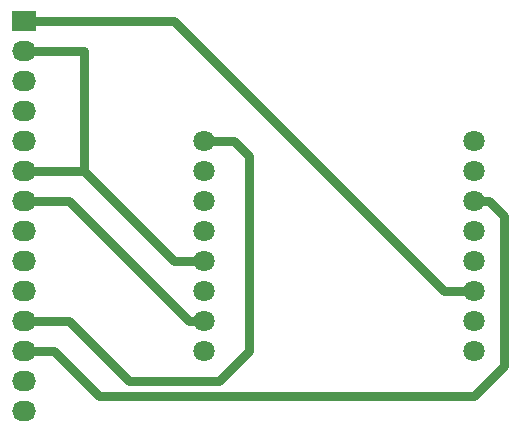
<source format=gbr>
G04 #@! TF.FileFunction,Copper,L2,Bot,Signal*
%FSLAX46Y46*%
G04 Gerber Fmt 4.6, Leading zero omitted, Abs format (unit mm)*
G04 Created by KiCad (PCBNEW 4.0.5) date 2017 January 02, Monday 13:47:43*
%MOMM*%
%LPD*%
G01*
G04 APERTURE LIST*
%ADD10C,0.100000*%
%ADD11R,2.032000X1.727200*%
%ADD12O,2.032000X1.727200*%
%ADD13C,1.800000*%
%ADD14C,0.762000*%
G04 APERTURE END LIST*
D10*
D11*
X115570000Y-88900000D03*
D12*
X115570000Y-91440000D03*
X115570000Y-93980000D03*
X115570000Y-96520000D03*
X115570000Y-99060000D03*
X115570000Y-101600000D03*
X115570000Y-104140000D03*
X115570000Y-106680000D03*
X115570000Y-109220000D03*
X115570000Y-111760000D03*
X115570000Y-114300000D03*
X115570000Y-116840000D03*
X115570000Y-119380000D03*
X115570000Y-121920000D03*
D13*
X153670000Y-99060000D03*
X153670000Y-101600000D03*
X153670000Y-104140000D03*
X153670000Y-106680000D03*
X153670000Y-109220000D03*
X153670000Y-111760000D03*
X153670000Y-114300000D03*
X153670000Y-116840000D03*
X130810000Y-116840000D03*
X130810000Y-114300000D03*
X130810000Y-111760000D03*
X130810000Y-109220000D03*
X130810000Y-106680000D03*
X130810000Y-104140000D03*
X130810000Y-101600000D03*
X130810000Y-99060000D03*
D14*
X115570000Y-116840000D02*
X118110000Y-116840000D01*
X154940000Y-104140000D02*
X153670000Y-104140000D01*
X156210000Y-105410000D02*
X154940000Y-104140000D01*
X156210000Y-118110000D02*
X156210000Y-105410000D01*
X153670000Y-120650000D02*
X156210000Y-118110000D01*
X121920000Y-120650000D02*
X153670000Y-120650000D01*
X118110000Y-116840000D02*
X121920000Y-120650000D01*
X153670000Y-111760000D02*
X151130000Y-111760000D01*
X128270000Y-88900000D02*
X115570000Y-88900000D01*
X151130000Y-111760000D02*
X128270000Y-88900000D01*
X115570000Y-104140000D02*
X119380000Y-104140000D01*
X129540000Y-114300000D02*
X130810000Y-114300000D01*
X119380000Y-104140000D02*
X129540000Y-114300000D01*
X115570000Y-101600000D02*
X120650000Y-101600000D01*
X120650000Y-101600000D02*
X128270000Y-109220000D01*
X128270000Y-109220000D02*
X130810000Y-109220000D01*
X115570000Y-91440000D02*
X120650000Y-91440000D01*
X120650000Y-91440000D02*
X120650000Y-101600000D01*
X115570000Y-114300000D02*
X119380000Y-114300000D01*
X133350000Y-99060000D02*
X130810000Y-99060000D01*
X134620000Y-100330000D02*
X133350000Y-99060000D01*
X134620000Y-116840000D02*
X134620000Y-100330000D01*
X132080000Y-119380000D02*
X134620000Y-116840000D01*
X130810000Y-119380000D02*
X132080000Y-119380000D01*
X124460000Y-119380000D02*
X130810000Y-119380000D01*
X119380000Y-114300000D02*
X124460000Y-119380000D01*
M02*

</source>
